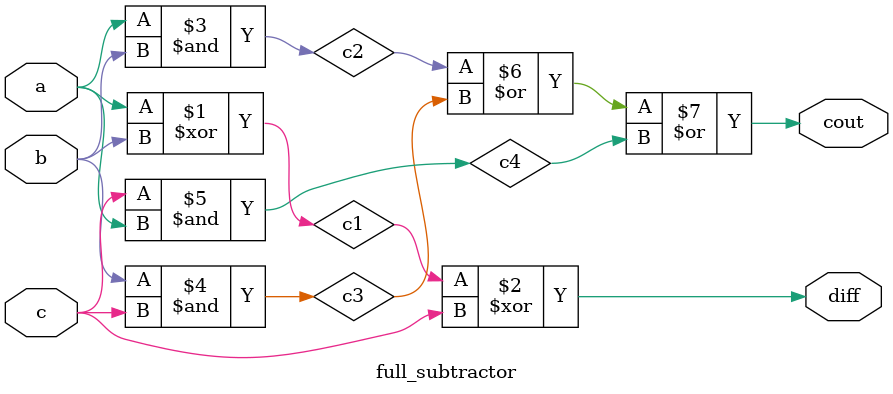
<source format=v>
`timescale 1ns / 1ps
module adsub(s,c4,a,b,c);
output [3:0]s;
output c4;
input [3:0] a;
input [3:0] b;
input c;
wire [4:1] m;
wire [3:1] n;
xor v1(m[1],b[0],c);
xor v2(m[2],b[1],c);
xor v3(m[3],b[2],c);
xor v4(m[4],b[3],c);

full_subtractor FS0(s[0],n[1],a[0],m[1],c);
full_subtractor FS1(s[1],n[2],a[1],m[2],n[1]);
full_subtractor FS2(s[2],n[3],a[2],m[3],n[2]);
full_subtractor FS3(s[3],c4,a[3],m[4],n[3]);
endmodule

module full_subtractor(diff,cout,a,b,c);
output diff,cout;
input a, b,c;
wire c1,c2,c3,c4;
xor v5(c1,a,b);
xor v6(diff,c1,c);

and v7(c2,a,b);
and v8(c3,b,c);
and v9(c4,c,a);

or v0(cout,c2,c3,c4);


endmodule

</source>
